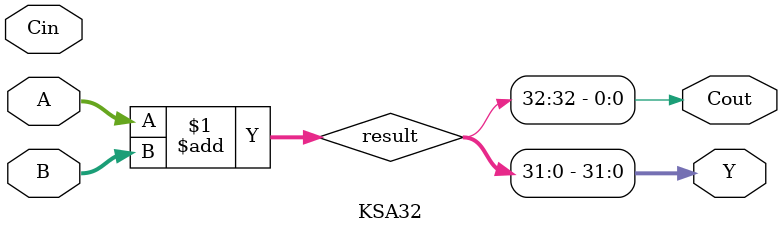
<source format=v>
module KSA32(
	input [31:0] A,
	input [31:0] B,
	input Cin,
	output [31:0] Y,
	output Cout
);


	/*
		32-bit Kogge-stone adder
		
		Note) For n-bit adder, KSA needs log2(n) level of tree.
		32bit needs 5 level
	*/
	
/*

	//First level of KSA
	wire [31:0] P_1;
	wire [31:0] G_1;
	assign P_1 = A ^ B;
	assign G_1 = A & B;
	
	//Second level of KSA
	wire [31:0] P_2;
	wire [31:0] G_2;
	assign P_2 = {P_1 };
	assign G_2 = {};
	
	
	//Third level of KSA
	
	//Fourth level of KSA
	
	//Fifth level of KSA
	
*/
	
	//temp implementation
	wire [32:0] result;
	assign result = A + B;
	
	assign Y = result[31:0];
	assign Cout = result[32];
	
endmodule

</source>
